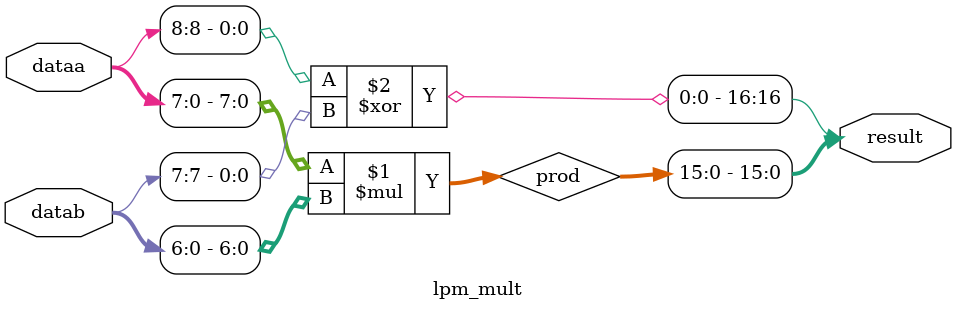
<source format=v>
module lpm_add_sub(datab, dataa, overflow, cout, result);

parameter LPM_WIDTH = 11;

input[LPM_WIDTH-1:0] datab;
input[LPM_WIDTH-1:0] dataa;

output overflow;
output cout;
output[LPM_WIDTH-1:0] result;

wire [LPM_WIDTH:0] sum;

assign sum = dataa + datab;
assign result = sum[LPM_WIDTH-1:0];
assign cout = sum[LPM_WIDTH];
assign overflow = (~dataa[LPM_WIDTH-1] & ~datab[LPM_WIDTH-1] & sum[LPM_WIDTH]) | (dataa[LPM_WIDTH-1] & datab[LPM_WIDTH-1] & ~sum[LPM_WIDTH]);
endmodule

module lpm_mult (dataa, datab, result);

parameter LPM_WIDTHA = 9;
parameter LPM_WIDTHB = 8;
parameter LPM_WIDTHP = 17;

input[LPM_WIDTHA-1:0] dataa;
input[LPM_WIDTHB-1:0] datab;

output[LPM_WIDTHP-1:0] result;

wire[LPM_WIDTHP-2:0] prod;

assign prod = dataa[LPM_WIDTHA-2:0]*datab[LPM_WIDTHB-2:0];
assign result = {dataa[LPM_WIDTHA-1]^datab[LPM_WIDTHB-1],prod};

endmodule
</source>
